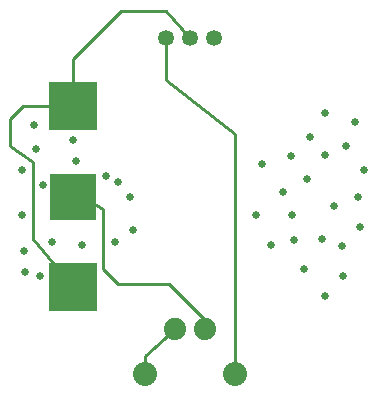
<source format=gbr>
G04 EAGLE Gerber X2 export*
%TF.Part,Single*%
%TF.FileFunction,Copper,L2,Bot,Mixed*%
%TF.FilePolarity,Positive*%
%TF.GenerationSoftware,Autodesk,EAGLE,8.7.0*%
%TF.CreationDate,2018-06-27T00:28:53Z*%
G75*
%MOMM*%
%FSLAX34Y34*%
%LPD*%
%AMOC8*
5,1,8,0,0,1.08239X$1,22.5*%
G01*
%ADD10C,1.879600*%
%ADD11C,1.350000*%
%ADD12R,3.960000X3.960000*%
%ADD13R,4.170000X4.170000*%
%ADD14C,2.032000*%
%ADD15C,0.254000*%
%ADD16C,0.635000*%


D10*
X177800Y78740D03*
X203200Y78740D03*
D11*
X170180Y325120D03*
X190500Y325120D03*
X210820Y325120D03*
D12*
X91440Y190500D03*
D13*
X91440Y113650D03*
X91440Y267350D03*
D14*
X152400Y40640D03*
X228600Y40640D03*
D15*
X203200Y78740D02*
X203200Y86360D01*
X172720Y116840D01*
X129540Y116840D01*
X116840Y129540D01*
X116840Y180340D01*
X99060Y190500D01*
X91440Y190500D01*
D16*
X251460Y218440D03*
X334010Y165100D03*
X276860Y175260D03*
X320040Y123190D03*
D15*
X91440Y113650D02*
X57150Y154290D01*
X57150Y219710D02*
X38100Y233680D01*
X38100Y256540D01*
X48910Y267350D02*
X91440Y267350D01*
X57150Y219710D02*
X57150Y154290D01*
X38100Y256540D02*
X48910Y267350D01*
X170180Y347980D02*
X190500Y325120D01*
X170180Y347980D02*
X132080Y347980D01*
X91440Y307340D02*
X91440Y267350D01*
X91440Y307340D02*
X132080Y347980D01*
D16*
X304800Y106680D03*
X322580Y233680D03*
X259080Y149860D03*
X337820Y213360D03*
X292100Y241300D03*
X289560Y205740D03*
X312420Y182880D03*
X275590Y224790D03*
X278130Y153670D03*
X246380Y175260D03*
X302260Y154940D03*
X318770Y148590D03*
X304800Y226060D03*
X330200Y254000D03*
X287020Y129540D03*
X269240Y194310D03*
X304800Y261620D03*
X332740Y190500D03*
X127000Y152400D03*
X91440Y238760D03*
X129540Y203200D03*
X49530Y144780D03*
X66040Y200660D03*
X99060Y149860D03*
X50800Y127000D03*
X59690Y231140D03*
X142240Y162560D03*
X73660Y152400D03*
X58420Y251460D03*
X93980Y220980D03*
X48260Y175260D03*
X63500Y123190D03*
X119380Y208280D03*
X48260Y213360D03*
X139700Y190500D03*
D15*
X228600Y243840D02*
X228600Y40640D01*
X228600Y243840D02*
X170180Y289560D01*
X170180Y325120D01*
X152400Y55880D02*
X152400Y40640D01*
X152400Y55880D02*
X177800Y78740D01*
M02*

</source>
